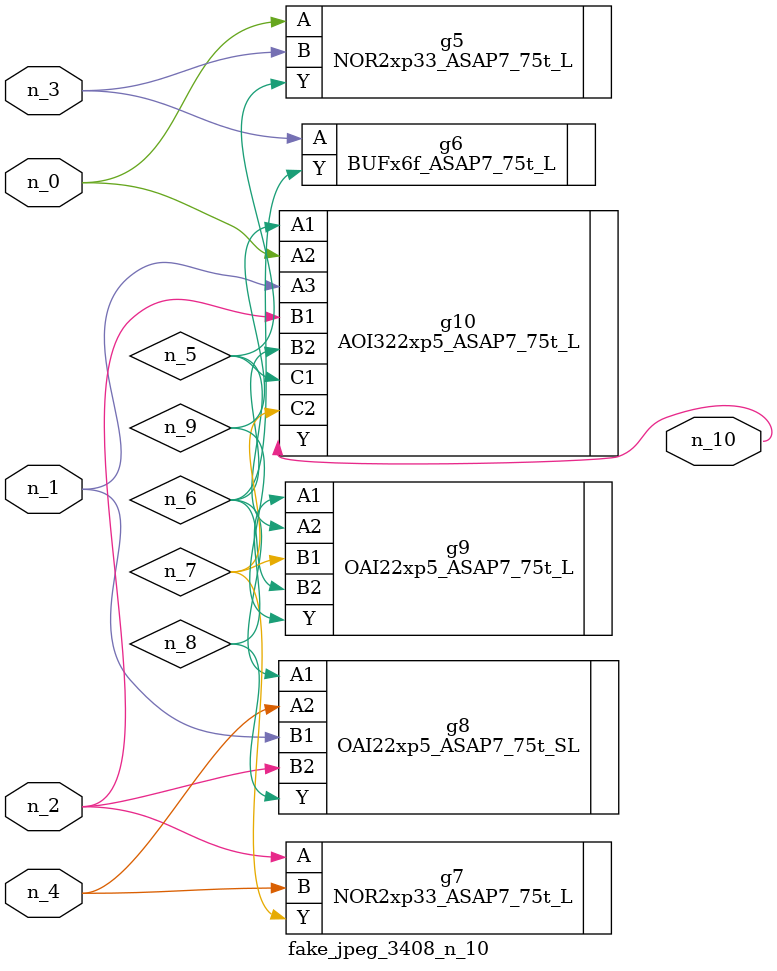
<source format=v>
module fake_jpeg_3408_n_10 (n_3, n_2, n_1, n_0, n_4, n_10);

input n_3;
input n_2;
input n_1;
input n_0;
input n_4;

output n_10;

wire n_8;
wire n_9;
wire n_6;
wire n_5;
wire n_7;

NOR2xp33_ASAP7_75t_L g5 ( 
.A(n_0),
.B(n_3),
.Y(n_5)
);

BUFx6f_ASAP7_75t_L g6 ( 
.A(n_3),
.Y(n_6)
);

NOR2xp33_ASAP7_75t_L g7 ( 
.A(n_2),
.B(n_4),
.Y(n_7)
);

OAI22xp5_ASAP7_75t_SL g8 ( 
.A1(n_6),
.A2(n_4),
.B1(n_1),
.B2(n_2),
.Y(n_8)
);

OAI22xp5_ASAP7_75t_L g9 ( 
.A1(n_8),
.A2(n_5),
.B1(n_7),
.B2(n_6),
.Y(n_9)
);

AOI322xp5_ASAP7_75t_L g10 ( 
.A1(n_9),
.A2(n_0),
.A3(n_1),
.B1(n_2),
.B2(n_6),
.C1(n_5),
.C2(n_7),
.Y(n_10)
);


endmodule
</source>
